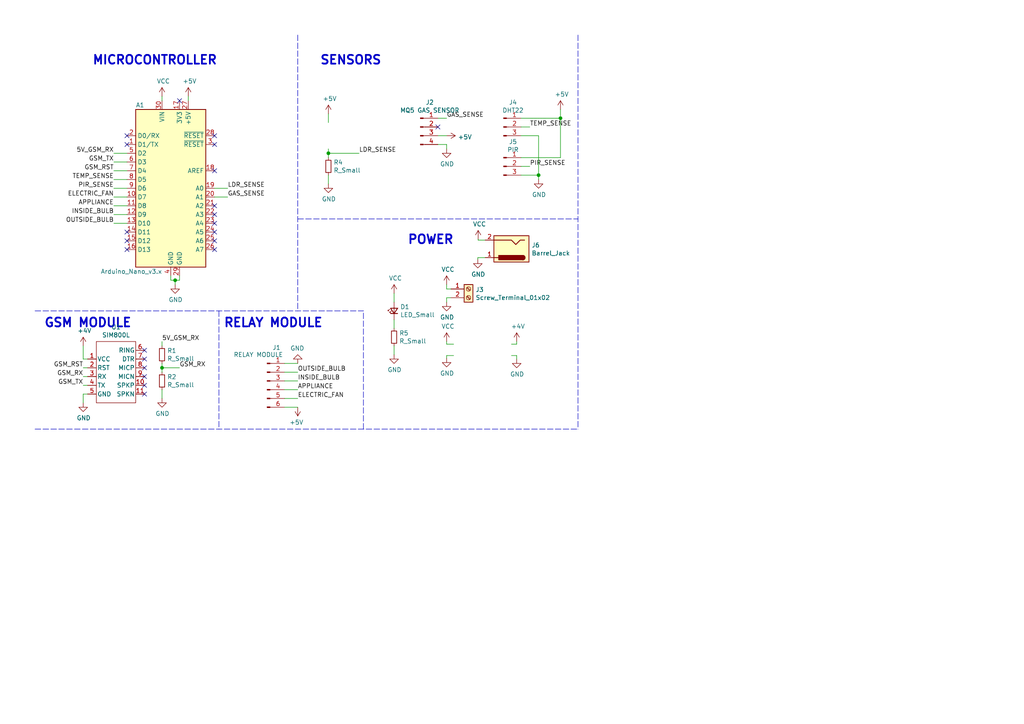
<source format=kicad_sch>
(kicad_sch (version 20211123) (generator eeschema)
  (paper "A4")
  (lib_symbols
    (symbol "Connector:Barrel_Jack" (pin_names (offset 1.016))
      (property "Reference" "J" (at 0 5.334 0))
      (property "Value" "Barrel_Jack" (at 0 -5.08 0))
      (symbol "Barrel_Jack_0_1"
        (rectangle (start -5.08 3.81) (end 5.08 -3.81) (stroke (width 0.254)) (fill (type background)))
        (arc (start -3.302 3.175) (mid -3.937 2.54) (end -3.302 1.905) (stroke (width 0.254)))
        (arc (start -3.302 3.175) (mid -3.937 2.54) (end -3.302 1.905) (stroke (width 0.254)) (fill (type outline)))
        (polyline (pts (xy 5.08 2.54) (xy 3.81 2.54)) (stroke (width 0.254)))
        (polyline (pts (xy -3.81 -2.54) (xy -2.54 -2.54) (xy -1.27 -1.27) (xy 0 -2.54) (xy 2.54 -2.54) (xy 5.08 -2.54)) (stroke (width 0.254)))
        (rectangle (start 3.683 3.175) (end -3.302 1.905) (stroke (width 0.254)) (fill (type outline)))
      )
      (symbol "Barrel_Jack_1_1"
        (pin passive line (at 7.62 2.54 180) (length 2.54) (name "~") (number "1"))
        (pin passive line (at 7.62 -2.54 180) (length 2.54) (name "~") (number "2"))
      )
    )
    (symbol "Connector:Conn_01x03_Male" (pin_names (offset 1.016) hide)
      (property "Reference" "J" (at 0 5.08 0))
      (property "Value" "Conn_01x03_Male" (at 0 -5.08 0))
      (symbol "Conn_01x03_Male_1_1"
        (polyline (pts (xy 1.27 -2.54) (xy 0.8636 -2.54)) (stroke (width 0.1524)))
        (polyline (pts (xy 1.27 0) (xy 0.8636 0)) (stroke (width 0.1524)))
        (polyline (pts (xy 1.27 2.54) (xy 0.8636 2.54)) (stroke (width 0.1524)))
        (rectangle (start 0.8636 -2.413) (end 0 -2.667) (stroke (width 0.1524)) (fill (type outline)))
        (rectangle (start 0.8636 0.127) (end 0 -0.127) (stroke (width 0.1524)) (fill (type outline)))
        (rectangle (start 0.8636 2.667) (end 0 2.413) (stroke (width 0.1524)) (fill (type outline)))
        (pin passive line (at 5.08 2.54 180) (length 3.81) (name "Pin_1") (number "1"))
        (pin passive line (at 5.08 0 180) (length 3.81) (name "Pin_2") (number "2"))
        (pin passive line (at 5.08 -2.54 180) (length 3.81) (name "Pin_3") (number "3"))
      )
    )
    (symbol "Connector:Conn_01x04_Male" (pin_names (offset 1.016) hide)
      (property "Reference" "J" (at 0 5.08 0))
      (property "Value" "Conn_01x04_Male" (at 0 -7.62 0))
      (symbol "Conn_01x04_Male_1_1"
        (polyline (pts (xy 1.27 -5.08) (xy 0.8636 -5.08)) (stroke (width 0.1524)))
        (polyline (pts (xy 1.27 -2.54) (xy 0.8636 -2.54)) (stroke (width 0.1524)))
        (polyline (pts (xy 1.27 0) (xy 0.8636 0)) (stroke (width 0.1524)))
        (polyline (pts (xy 1.27 2.54) (xy 0.8636 2.54)) (stroke (width 0.1524)))
        (rectangle (start 0.8636 -4.953) (end 0 -5.207) (stroke (width 0.1524)) (fill (type outline)))
        (rectangle (start 0.8636 -2.413) (end 0 -2.667) (stroke (width 0.1524)) (fill (type outline)))
        (rectangle (start 0.8636 0.127) (end 0 -0.127) (stroke (width 0.1524)) (fill (type outline)))
        (rectangle (start 0.8636 2.667) (end 0 2.413) (stroke (width 0.1524)) (fill (type outline)))
        (pin passive line (at 5.08 2.54 180) (length 3.81) (name "Pin_1") (number "1"))
        (pin passive line (at 5.08 0 180) (length 3.81) (name "Pin_2") (number "2"))
        (pin passive line (at 5.08 -2.54 180) (length 3.81) (name "Pin_3") (number "3"))
        (pin passive line (at 5.08 -5.08 180) (length 3.81) (name "Pin_4") (number "4"))
      )
    )
    (symbol "Connector:Conn_01x06_Male" (pin_names (offset 1.016) hide)
      (property "Reference" "J" (at 0 7.62 0))
      (property "Value" "Conn_01x06_Male" (at 0 -10.16 0))
      (symbol "Conn_01x06_Male_1_1"
        (polyline (pts (xy 1.27 -7.62) (xy 0.8636 -7.62)) (stroke (width 0.1524)))
        (polyline (pts (xy 1.27 -5.08) (xy 0.8636 -5.08)) (stroke (width 0.1524)))
        (polyline (pts (xy 1.27 -2.54) (xy 0.8636 -2.54)) (stroke (width 0.1524)))
        (polyline (pts (xy 1.27 0) (xy 0.8636 0)) (stroke (width 0.1524)))
        (polyline (pts (xy 1.27 2.54) (xy 0.8636 2.54)) (stroke (width 0.1524)))
        (polyline (pts (xy 1.27 5.08) (xy 0.8636 5.08)) (stroke (width 0.1524)))
        (rectangle (start 0.8636 -7.493) (end 0 -7.747) (stroke (width 0.1524)) (fill (type outline)))
        (rectangle (start 0.8636 -4.953) (end 0 -5.207) (stroke (width 0.1524)) (fill (type outline)))
        (rectangle (start 0.8636 -2.413) (end 0 -2.667) (stroke (width 0.1524)) (fill (type outline)))
        (rectangle (start 0.8636 0.127) (end 0 -0.127) (stroke (width 0.1524)) (fill (type outline)))
        (rectangle (start 0.8636 2.667) (end 0 2.413) (stroke (width 0.1524)) (fill (type outline)))
        (rectangle (start 0.8636 5.207) (end 0 4.953) (stroke (width 0.1524)) (fill (type outline)))
        (pin passive line (at 5.08 5.08 180) (length 3.81) (name "Pin_1") (number "1"))
        (pin passive line (at 5.08 2.54 180) (length 3.81) (name "Pin_2") (number "2"))
        (pin passive line (at 5.08 0 180) (length 3.81) (name "Pin_3") (number "3"))
        (pin passive line (at 5.08 -2.54 180) (length 3.81) (name "Pin_4") (number "4"))
        (pin passive line (at 5.08 -5.08 180) (length 3.81) (name "Pin_5") (number "5"))
        (pin passive line (at 5.08 -7.62 180) (length 3.81) (name "Pin_6") (number "6"))
      )
    )
    (symbol "Connector:Screw_Terminal_01x02" (pin_names (offset 1.016) hide)
      (property "Reference" "J" (at 0 2.54 0))
      (property "Value" "Screw_Terminal_01x02" (at 0 -5.08 0))
      (symbol "Screw_Terminal_01x02_1_1"
        (rectangle (start -1.27 1.27) (end 1.27 -3.81) (stroke (width 0.254)) (fill (type background)))
        (circle (center 0 -2.54) (radius 0.635) (stroke (width 0.1524)))
        (polyline (pts (xy -0.5334 -2.2098) (xy 0.3302 -3.048)) (stroke (width 0.1524)))
        (polyline (pts (xy -0.5334 0.3302) (xy 0.3302 -0.508)) (stroke (width 0.1524)))
        (polyline (pts (xy -0.3556 -2.032) (xy 0.508 -2.8702)) (stroke (width 0.1524)))
        (polyline (pts (xy -0.3556 0.508) (xy 0.508 -0.3302)) (stroke (width 0.1524)))
        (circle (center 0 0) (radius 0.635) (stroke (width 0.1524)))
        (pin passive line (at -5.08 0 0) (length 3.81) (name "Pin_1") (number "1"))
        (pin passive line (at -5.08 -2.54 0) (length 3.81) (name "Pin_2") (number "2"))
      )
    )
    (symbol "Device:LED_Small" (pin_numbers hide) (pin_names (offset 0.254) hide)
      (property "Reference" "D" (at -1.27 3.175 0))
      (property "Value" "LED_Small" (at -4.445 -2.54 0))
      (symbol "LED_Small_0_1"
        (polyline (pts (xy -0.762 -1.016) (xy -0.762 1.016)) (stroke (width 0.254)))
        (polyline (pts (xy 1.016 0) (xy -0.762 0)))
        (polyline (pts (xy 0.762 -1.016) (xy -0.762 0) (xy 0.762 1.016) (xy 0.762 -1.016)) (stroke (width 0.254)))
        (polyline (pts (xy 0 0.762) (xy -0.508 1.27) (xy -0.254 1.27) (xy -0.508 1.27) (xy -0.508 1.016)))
        (polyline (pts (xy 0.508 1.27) (xy 0 1.778) (xy 0.254 1.778) (xy 0 1.778) (xy 0 1.524)))
      )
      (symbol "LED_Small_1_1"
        (pin passive line (at -2.54 0 0) (length 1.778) (name "K") (number "1"))
        (pin passive line (at 2.54 0 180) (length 1.778) (name "A") (number "2"))
      )
    )
    (symbol "Device:R_Small" (pin_numbers hide) (pin_names (offset 0.254) hide)
      (property "Reference" "R" (at 0.762 0.508 0))
      (property "Value" "R_Small" (at 0.762 -1.016 0))
      (symbol "R_Small_0_1"
        (rectangle (start -0.762 1.778) (end 0.762 -1.778) (stroke (width 0.2032)))
      )
      (symbol "R_Small_1_1"
        (pin passive line (at 0 2.54 270) (length 0.762) (name "~") (number "1"))
        (pin passive line (at 0 -2.54 90) (length 0.762) (name "~") (number "2"))
      )
    )
    (symbol "MCU_Module:Arduino_Nano_v3.x"
      (property "Reference" "A" (at -10.16 23.495 0))
      (property "Value" "Arduino_Nano_v3.x" (at 5.08 -24.13 0))
      (symbol "Arduino_Nano_v3.x_0_1"
        (rectangle (start -10.16 22.86) (end 10.16 -22.86) (stroke (width 0.254)) (fill (type background)))
      )
      (symbol "Arduino_Nano_v3.x_1_1"
        (pin bidirectional line (at -12.7 12.7 0) (length 2.54) (name "D1/TX") (number "1"))
        (pin bidirectional line (at -12.7 -2.54 0) (length 2.54) (name "D7") (number "10"))
        (pin bidirectional line (at -12.7 -5.08 0) (length 2.54) (name "D8") (number "11"))
        (pin bidirectional line (at -12.7 -7.62 0) (length 2.54) (name "D9") (number "12"))
        (pin bidirectional line (at -12.7 -10.16 0) (length 2.54) (name "D10") (number "13"))
        (pin bidirectional line (at -12.7 -12.7 0) (length 2.54) (name "D11") (number "14"))
        (pin bidirectional line (at -12.7 -15.24 0) (length 2.54) (name "D12") (number "15"))
        (pin bidirectional line (at -12.7 -17.78 0) (length 2.54) (name "D13") (number "16"))
        (pin power_out line (at 2.54 25.4 270) (length 2.54) (name "3V3") (number "17"))
        (pin input line (at 12.7 5.08 180) (length 2.54) (name "AREF") (number "18"))
        (pin bidirectional line (at 12.7 0 180) (length 2.54) (name "A0") (number "19"))
        (pin bidirectional line (at -12.7 15.24 0) (length 2.54) (name "D0/RX") (number "2"))
        (pin bidirectional line (at 12.7 -2.54 180) (length 2.54) (name "A1") (number "20"))
        (pin bidirectional line (at 12.7 -5.08 180) (length 2.54) (name "A2") (number "21"))
        (pin bidirectional line (at 12.7 -7.62 180) (length 2.54) (name "A3") (number "22"))
        (pin bidirectional line (at 12.7 -10.16 180) (length 2.54) (name "A4") (number "23"))
        (pin bidirectional line (at 12.7 -12.7 180) (length 2.54) (name "A5") (number "24"))
        (pin bidirectional line (at 12.7 -15.24 180) (length 2.54) (name "A6") (number "25"))
        (pin bidirectional line (at 12.7 -17.78 180) (length 2.54) (name "A7") (number "26"))
        (pin power_out line (at 5.08 25.4 270) (length 2.54) (name "+5V") (number "27"))
        (pin input line (at 12.7 15.24 180) (length 2.54) (name "~{RESET}") (number "28"))
        (pin power_in line (at 2.54 -25.4 90) (length 2.54) (name "GND") (number "29"))
        (pin input line (at 12.7 12.7 180) (length 2.54) (name "~{RESET}") (number "3"))
        (pin power_in line (at -2.54 25.4 270) (length 2.54) (name "VIN") (number "30"))
        (pin power_in line (at 0 -25.4 90) (length 2.54) (name "GND") (number "4"))
        (pin bidirectional line (at -12.7 10.16 0) (length 2.54) (name "D2") (number "5"))
        (pin bidirectional line (at -12.7 7.62 0) (length 2.54) (name "D3") (number "6"))
        (pin bidirectional line (at -12.7 5.08 0) (length 2.54) (name "D4") (number "7"))
        (pin bidirectional line (at -12.7 2.54 0) (length 2.54) (name "D5") (number "8"))
        (pin bidirectional line (at -12.7 0 0) (length 2.54) (name "D6") (number "9"))
      )
    )
    (symbol "board1-rescue:SIM800L-GSM800L" (pin_names (offset 0.2794))
      (property "Reference" "U" (at 1.27 -11.43 0))
      (property "Value" "SIM800L-GSM800L" (at 1.27 -11.43 0))
      (symbol "SIM800L-GSM800L_0_1"
        (rectangle (start -6.35 8.89) (end 5.08 -8.89))
      )
      (symbol "SIM800L-GSM800L_1_1"
        (pin input line (at -8.89 3.81 0) (length 2.54) (name "VCC") (number "1"))
        (pin input line (at 7.62 -3.81 180) (length 2.54) (name "SPKP") (number "10"))
        (pin input line (at 7.62 -6.35 180) (length 2.54) (name "SPKN") (number "11"))
        (pin input line (at -8.89 1.27 0) (length 2.54) (name "RST") (number "2"))
        (pin output line (at -8.89 -1.27 0) (length 2.54) (name "RX") (number "3"))
        (pin input line (at -8.89 -3.81 0) (length 2.54) (name "TX") (number "4"))
        (pin input line (at -8.89 -6.35 0) (length 2.54) (name "GND") (number "5"))
        (pin input line (at 7.62 6.35 180) (length 2.54) (name "RING") (number "6"))
        (pin input line (at 7.62 3.81 180) (length 2.54) (name "DTR") (number "7"))
        (pin input line (at 7.62 1.27 180) (length 2.54) (name "MICP") (number "8"))
        (pin input line (at 7.62 -1.27 180) (length 2.54) (name "MICN") (number "9"))
      )
    )
    (symbol "power:+4V" (power) (pin_names (offset 0))
      (property "Value" "+4V" (at 0 3.556 0))
      (symbol "+4V_0_1"
        (polyline (pts (xy -0.762 1.27) (xy 0 2.54)))
        (polyline (pts (xy 0 0) (xy 0 2.54)))
        (polyline (pts (xy 0 2.54) (xy 0.762 1.27)))
      )
      (symbol "+4V_1_1"
        (pin power_in line (at 0 0 90) (length 0) hide (name "+4V") (number "1"))
      )
    )
    (symbol "power:+5V" (power) (pin_names (offset 0))
      (property "Value" "+5V" (at 0 3.556 0))
      (symbol "+5V_0_1"
        (polyline (pts (xy -0.762 1.27) (xy 0 2.54)))
        (polyline (pts (xy 0 0) (xy 0 2.54)))
        (polyline (pts (xy 0 2.54) (xy 0.762 1.27)))
      )
      (symbol "+5V_1_1"
        (pin power_in line (at 0 0 90) (length 0) hide (name "+5V") (number "1"))
      )
    )
    (symbol "power:GND" (power) (pin_names (offset 0))
      (property "Value" "GND" (at 0 -3.81 0))
      (symbol "GND_0_1"
        (polyline (pts (xy 0 0) (xy 0 -1.27) (xy 1.27 -1.27) (xy 0 -2.54) (xy -1.27 -1.27) (xy 0 -1.27)))
      )
      (symbol "GND_1_1"
        (pin power_in line (at 0 0 270) (length 0) hide (name "GND") (number "1"))
      )
    )
    (symbol "power:VCC" (power) (pin_names (offset 0))
      (property "Value" "VCC" (at 0 3.81 0))
      (symbol "VCC_0_1"
        (polyline (pts (xy -0.762 1.27) (xy 0 2.54)))
        (polyline (pts (xy 0 0) (xy 0 2.54)))
        (polyline (pts (xy 0 2.54) (xy 0.762 1.27)))
      )
      (symbol "VCC_1_1"
        (pin power_in line (at 0 0 90) (length 0) hide (name "VCC") (number "1"))
      )
    )
  )
  (junction (at 156.21 50.8))
  (junction (at 162.56 34.29))
  (junction (at 50.8 81.28))
  (junction (at 95.25 44.45))
  (junction (at 46.99 106.68))
  (no_connect (at 41.91 106.68))
  (no_connect (at 36.83 39.37))
  (no_connect (at 62.23 67.31))
  (no_connect (at 41.91 101.6))
  (no_connect (at 62.23 72.39))
  (no_connect (at 62.23 41.91))
  (no_connect (at 62.23 64.77))
  (no_connect (at 36.83 67.31))
  (no_connect (at 36.83 69.85))
  (no_connect (at 62.23 62.23))
  (no_connect (at 36.83 41.91))
  (no_connect (at 41.91 111.76))
  (no_connect (at 62.23 49.53))
  (no_connect (at 52.07 29.21))
  (no_connect (at 41.91 109.22))
  (no_connect (at 36.83 72.39))
  (no_connect (at 127 36.83))
  (no_connect (at 41.91 114.3))
  (no_connect (at 41.91 104.14))
  (no_connect (at 62.23 69.85))
  (no_connect (at 62.23 59.69))
  (no_connect (at 62.23 39.37))
  (wire (pts (xy 50.8 81.28) (xy 52.07 81.28)))
  (wire (pts (xy 36.83 46.99) (xy 33.02 46.99)))
  (wire (pts (xy 50.8 82.55) (xy 50.8 81.28)))
  (wire (pts (xy 25.4 109.22) (xy 24.13 109.22)))
  (wire (pts (xy 25.4 106.68) (xy 24.13 106.68)))
  (wire (pts (xy 129.54 41.91) (xy 127 41.91)))
  (polyline (pts (xy 10.16 124.46) (xy 167.64 124.46)))
  (wire (pts (xy 140.716 69.6468) (xy 138.684 69.6468)))
  (wire (pts (xy 36.83 52.07) (xy 33.02 52.07)))
  (wire (pts (xy 24.13 114.3) (xy 24.13 116.84)))
  (wire (pts (xy 156.21 50.8) (xy 156.21 52.07)))
  (wire (pts (xy 156.21 39.37) (xy 156.21 50.8)))
  (wire (pts (xy 149.86 99.06) (xy 149.86 99.822)))
  (wire (pts (xy 162.56 34.29) (xy 162.56 31.75)))
  (wire (pts (xy 153.67 48.26) (xy 151.13 48.26)))
  (wire (pts (xy 148.336 103.124) (xy 149.86 103.124)))
  (wire (pts (xy 33.02 49.53) (xy 36.83 49.53)))
  (wire (pts (xy 129.54 103.124) (xy 129.54 103.886)))
  (wire (pts (xy 25.4 111.76) (xy 24.13 111.76)))
  (polyline (pts (xy 167.64 10.16) (xy 167.64 124.46)))
  (wire (pts (xy 129.54 39.37) (xy 127 39.37)))
  (wire (pts (xy 129.54 34.29) (xy 127 34.29)))
  (wire (pts (xy 149.86 99.822) (xy 148.336 99.822)))
  (wire (pts (xy 129.54 99.822) (xy 129.54 99.06)))
  (wire (pts (xy 46.99 106.68) (xy 52.07 106.68)))
  (wire (pts (xy 36.83 62.23) (xy 33.02 62.23)))
  (wire (pts (xy 130.81 86.36) (xy 129.54 86.36)))
  (wire (pts (xy 52.07 81.28) (xy 52.07 80.01)))
  (wire (pts (xy 131.572 99.822) (xy 129.54 99.822)))
  (polyline (pts (xy 86.36 63.5) (xy 167.64 63.5)))
  (wire (pts (xy 129.54 86.36) (xy 129.54 87.63)))
  (wire (pts (xy 86.36 110.49) (xy 82.55 110.49)))
  (wire (pts (xy 95.25 50.8) (xy 95.25 53.34)))
  (polyline (pts (xy 86.36 10.16) (xy 86.36 90.17)))
  (wire (pts (xy 95.25 43.18) (xy 95.25 44.45)))
  (wire (pts (xy 25.4 114.3) (xy 24.13 114.3)))
  (wire (pts (xy 114.3 92.71) (xy 114.3 95.25)))
  (wire (pts (xy 130.81 83.82) (xy 129.54 83.82)))
  (wire (pts (xy 36.83 64.77) (xy 33.02 64.77)))
  (wire (pts (xy 131.572 103.124) (xy 129.54 103.124)))
  (wire (pts (xy 46.99 107.95) (xy 46.99 106.68)))
  (wire (pts (xy 86.36 105.41) (xy 82.55 105.41)))
  (wire (pts (xy 104.14 44.45) (xy 95.25 44.45)))
  (polyline (pts (xy 105.41 124.46) (xy 105.41 90.17)))
  (wire (pts (xy 62.23 54.61) (xy 66.04 54.61)))
  (wire (pts (xy 62.23 57.15) (xy 66.04 57.15)))
  (wire (pts (xy 151.13 45.72) (xy 162.56 45.72)))
  (polyline (pts (xy 63.5 90.17) (xy 63.5 124.46)))
  (wire (pts (xy 46.99 113.03) (xy 46.99 115.57)))
  (wire (pts (xy 86.36 115.57) (xy 82.55 115.57)))
  (wire (pts (xy 36.83 54.61) (xy 33.02 54.61)))
  (wire (pts (xy 49.53 80.01) (xy 49.53 81.28)))
  (wire (pts (xy 46.99 99.06) (xy 46.99 100.33)))
  (wire (pts (xy 138.684 69.6468) (xy 138.684 69.3928)))
  (wire (pts (xy 95.25 44.45) (xy 95.25 45.72)))
  (wire (pts (xy 86.36 118.11) (xy 82.55 118.11)))
  (wire (pts (xy 36.83 57.15) (xy 33.02 57.15)))
  (wire (pts (xy 162.56 45.72) (xy 162.56 34.29)))
  (wire (pts (xy 151.13 39.37) (xy 156.21 39.37)))
  (polyline (pts (xy 10.16 90.17) (xy 105.41 90.17)))
  (wire (pts (xy 140.716 74.7268) (xy 138.5824 74.7268)))
  (wire (pts (xy 129.54 83.82) (xy 129.54 82.55)))
  (wire (pts (xy 36.83 59.69) (xy 33.02 59.69)))
  (wire (pts (xy 114.3 100.33) (xy 114.3 102.87)))
  (wire (pts (xy 129.54 43.18) (xy 129.54 41.91)))
  (wire (pts (xy 33.02 44.45) (xy 36.83 44.45)))
  (wire (pts (xy 54.61 27.94) (xy 54.61 29.21)))
  (wire (pts (xy 24.13 104.14) (xy 25.4 104.14)))
  (wire (pts (xy 86.36 113.03) (xy 82.55 113.03)))
  (wire (pts (xy 151.13 34.29) (xy 162.56 34.29)))
  (wire (pts (xy 149.86 103.124) (xy 149.86 104.14)))
  (wire (pts (xy 95.25 33.02) (xy 95.25 35.56)))
  (wire (pts (xy 114.3 85.09) (xy 114.3 87.63)))
  (wire (pts (xy 138.5824 74.7268) (xy 138.5824 75.184)))
  (wire (pts (xy 153.67 36.83) (xy 151.13 36.83)))
  (wire (pts (xy 82.55 107.95) (xy 86.36 107.95)))
  (wire (pts (xy 49.53 81.28) (xy 50.8 81.28)))
  (wire (pts (xy 46.99 27.94) (xy 46.99 29.21)))
  (wire (pts (xy 151.13 50.8) (xy 156.21 50.8)))
  (wire (pts (xy 46.99 106.68) (xy 46.99 105.41)))
  (wire (pts (xy 24.13 100.33) (xy 24.13 104.14)))
  (text "POWER" (at 118.11 71.12 0) (effects (font (size 2.54 2.54) (thickness 0.508) bold) (justify left bottom)))
  (text "SENSORS" (at 92.71 19.05 0) (effects (font (size 2.54 2.54) (thickness 0.508) bold) (justify left bottom)))
  (text "GSM MODULE" (at 12.7 95.25 0) (effects (font (size 2.54 2.54) (thickness 0.508) bold) (justify left bottom)))
  (text "RELAY MODULE" (at 64.77 95.25 0) (effects (font (size 2.54 2.54) (thickness 0.508) bold) (justify left bottom)))
  (text "MICROCONTROLLER" (at 26.67 19.05 0) (effects (font (size 2.54 2.54) (thickness 0.508) bold) (justify left bottom)))
  (label "TEMP_SENSE" (at 33.02 52.07 180))
  (label "GSM_TX" (at 24.13 111.76 180))
  (label "APPLIANCE" (at 33.02 59.69 180))
  (label "GAS_SENSE" (at 129.54 34.29 0))
  (label "OUTSIDE_BULB" (at 33.02 64.77 180))
  (label "GSM_RST" (at 24.13 106.68 180))
  (label "INSIDE_BULB" (at 86.36 110.49 0))
  (label "ELECTRIC_FAN" (at 86.36 115.57 0))
  (label "PIR_SENSE" (at 33.02 54.61 180))
  (label "GSM_RX" (at 52.07 106.68 0))
  (label "OUTSIDE_BULB" (at 86.36 107.95 0))
  (label "5V_GSM_RX" (at 33.02 44.45 180))
  (label "GSM_RX" (at 24.13 109.22 180))
  (label "GSM_RST" (at 33.02 49.53 180))
  (label "GSM_TX" (at 33.02 46.99 180))
  (label "LDR_SENSE" (at 104.14 44.45 0))
  (label "APPLIANCE" (at 86.36 113.03 0))
  (label "LDR_SENSE" (at 66.04 54.61 0))
  (label "TEMP_SENSE" (at 153.67 36.83 0))
  (label "PIR_SENSE" (at 153.67 48.26 0))
  (label "5V_GSM_RX" (at 46.99 99.06 0))
  (label "ELECTRIC_FAN" (at 33.02 57.15 180))
  (label "INSIDE_BULB" (at 33.02 62.23 180))
  (label "GAS_SENSE" (at 66.04 57.15 0))
  (symbol (lib_id "MCU_Module:Arduino_Nano_v3.x") (at 49.53 54.61 0) (unit 1)
    (property "Reference" "A1" (at 40.64 30.48 0))
    (property "Value" "Arduino_Nano_v3.x" (at 38.1 78.74 0))
    (property "Footprint" "Module:Arduino_Nano" (effects hide))
    (property "Datasheet" "http://www.mouser.com/pdfdocs/Gravitech_Arduino_Nano3_0.pdf" (effects hide))
  )
  (symbol (lib_id "Connector:Conn_01x03_Male") (at 146.05 36.83 0) (unit 1)
    (property "Reference" "J4" (at 148.7932 29.6926 0))
    (property "Value" "DHT22" (at 148.7932 32.004 0))
    (property "Footprint" "Connector_PinSocket_2.54mm:PinSocket_1x03_P2.54mm_Vertical" (effects hide))
  )
  (symbol (lib_id "Connector:Conn_01x03_Male") (at 146.05 48.26 0) (unit 1)
    (property "Reference" "J5" (at 148.7932 41.1226 0))
    (property "Value" "PIR" (at 148.7932 43.434 0))
    (property "Footprint" "Connector_PinSocket_2.54mm:PinSocket_1x03_P2.54mm_Vertical" (effects hide))
  )
  (symbol (lib_id "board1-rescue:SIM800L-GSM800L") (at 34.29 107.95 0) (unit 1)
    (property "Reference" "U1" (at 33.655 94.869 0))
    (property "Value" "SIM800L" (at 33.655 97.1804 0))
    (property "Footprint" "A_personal:SIM800L" (effects hide))
  )
  (symbol (lib_id "board1-rescue:buckconverter-buckConverter") (at 139.7 96.52 0) (unit 1)
    (property "Reference" "U2" (at 139.954 94.107 0))
    (property "Value" "buckconverter" (at 139.954 96.4184 0))
    (property "Footprint" "A_personal:backconverter" (effects hide))
  )
  (symbol (lib_id "Connector:Screw_Terminal_01x02") (at 135.89 83.82 0) (unit 1)
    (property "Reference" "J3" (at 137.922 84.0232 0) (effects (justify left)))
    (property "Value" "Screw_Terminal_01x02" (at 137.922 86.3346 0) (effects (justify left)))
    (property "Footprint" "TerminalBlock:TerminalBlock_bornier-2_P5.08mm" (effects hide))
  )
  (symbol (lib_id "power:VCC") (at 129.54 82.55 0) (unit 1)
    (property "Reference" "#PWR015" (effects hide))
    (property "Value" "VCC" (at 129.921 78.1558 0))
  )
  (symbol (lib_id "power:GND") (at 129.54 87.63 0) (unit 1)
    (property "Reference" "#PWR016" (effects hide))
    (property "Value" "GND" (at 129.667 92.0242 0))
  )
  (symbol (lib_id "power:VCC") (at 129.54 99.06 0) (unit 1)
    (property "Reference" "#PWR017" (effects hide))
    (property "Value" "VCC" (at 129.921 94.6658 0))
  )
  (symbol (lib_id "power:GND") (at 129.54 103.886 0) (unit 1)
    (property "Reference" "#PWR018" (effects hide))
    (property "Value" "GND" (at 129.667 108.2802 0))
  )
  (symbol (lib_id "power:+4V") (at 149.86 99.06 0) (unit 1)
    (property "Reference" "#PWR019" (effects hide))
    (property "Value" "+4V" (at 150.241 94.6658 0))
  )
  (symbol (lib_id "power:GND") (at 149.86 104.14 0) (unit 1)
    (property "Reference" "#PWR020" (effects hide))
    (property "Value" "GND" (at 149.987 108.5342 0))
  )
  (symbol (lib_id "power:+4V") (at 24.13 100.33 0) (unit 1)
    (property "Reference" "#PWR01" (effects hide))
    (property "Value" "+4V" (at 24.511 95.9358 0))
  )
  (symbol (lib_id "power:GND") (at 24.13 116.84 0) (unit 1)
    (property "Reference" "#PWR02" (effects hide))
    (property "Value" "GND" (at 24.257 121.2342 0))
  )
  (symbol (lib_id "power:GND") (at 50.8 82.55 0) (unit 1)
    (property "Reference" "#PWR05" (effects hide))
    (property "Value" "GND" (at 50.927 86.9442 0))
  )
  (symbol (lib_id "power:VCC") (at 46.99 27.94 0) (unit 1)
    (property "Reference" "#PWR03" (effects hide))
    (property "Value" "VCC" (at 47.371 23.5458 0))
  )
  (symbol (lib_id "Device:LED_Small") (at 114.3 90.17 90) (unit 1)
    (property "Reference" "D1" (at 116.078 89.0016 90) (effects (justify right)))
    (property "Value" "LED_Small" (at 116.078 91.313 90) (effects (justify right)))
    (property "Footprint" "LED_THT:LED_D5.0mm" (effects hide))
  )
  (symbol (lib_id "Device:R_Small") (at 114.3 97.79 0) (unit 1)
    (property "Reference" "R5" (at 115.7986 96.6216 0) (effects (justify left)))
    (property "Value" "R_Small" (at 115.7986 98.933 0) (effects (justify left)))
    (property "Footprint" "Resistor_THT:R_Axial_DIN0411_L9.9mm_D3.6mm_P12.70mm_Horizontal" (effects hide))
  )
  (symbol (lib_id "power:GND") (at 114.3 102.87 0) (unit 1)
    (property "Reference" "#PWR012" (effects hide))
    (property "Value" "GND" (at 114.427 107.2642 0))
  )
  (symbol (lib_id "power:VCC") (at 114.3 85.09 0) (unit 1)
    (property "Reference" "#PWR011" (effects hide))
    (property "Value" "VCC" (at 114.681 80.6958 0))
  )
  (symbol (lib_id "power:+5V") (at 54.61 27.94 0) (unit 1)
    (property "Reference" "#PWR06" (effects hide))
    (property "Value" "+5V" (at 54.991 23.5458 0))
  )
  (symbol (lib_id "Connector:Conn_01x06_Male") (at 77.47 110.49 0) (unit 1)
    (property "Reference" "J1" (at 80.2132 100.8126 0))
    (property "Value" "RELAY MODULE" (at 74.93 102.87 0))
    (property "Footprint" "Connector_PinSocket_2.54mm:PinSocket_1x06_P2.54mm_Vertical" (effects hide))
  )
  (symbol (lib_id "power:GND") (at 86.36 105.41 180) (unit 1)
    (property "Reference" "#PWR07" (effects hide))
    (property "Value" "GND" (at 86.233 101.0158 0))
  )
  (symbol (lib_id "power:+5V") (at 86.36 118.11 180) (unit 1)
    (property "Reference" "#PWR08" (effects hide))
    (property "Value" "+5V" (at 85.979 122.5042 0))
  )
  (symbol (lib_id "power:+5V") (at 162.56 31.75 0) (unit 1)
    (property "Reference" "#PWR022" (effects hide))
    (property "Value" "+5V" (at 162.941 27.3558 0))
  )
  (symbol (lib_id "board1-rescue:R_PHOTO-Device") (at 95.25 39.37 0) (unit 1)
    (property "Reference" "R3" (at 97.028 38.2016 0) (effects (justify left)))
    (property "Value" "R_PHOTO" (at 97.028 40.513 0) (effects (justify left)))
    (property "Footprint" "OptoDevice:R_LDR_7x6mm_P5.1mm_Vertical" (effects hide))
  )
  (symbol (lib_id "Device:R_Small") (at 95.25 48.26 0) (unit 1)
    (property "Reference" "R4" (at 96.7486 47.0916 0) (effects (justify left)))
    (property "Value" "R_Small" (at 96.7486 49.403 0) (effects (justify left)))
    (property "Footprint" "Resistor_THT:R_Axial_DIN0411_L9.9mm_D3.6mm_P12.70mm_Horizontal" (effects hide))
  )
  (symbol (lib_id "power:+5V") (at 95.25 33.02 0) (unit 1)
    (property "Reference" "#PWR09" (effects hide))
    (property "Value" "+5V" (at 95.631 28.6258 0))
  )
  (symbol (lib_id "power:GND") (at 95.25 53.34 0) (unit 1)
    (property "Reference" "#PWR010" (effects hide))
    (property "Value" "GND" (at 95.377 57.7342 0))
  )
  (symbol (lib_id "Connector:Barrel_Jack") (at 148.336 72.1868 180) (unit 1)
    (property "Reference" "J6" (at 154.178 71.12 0) (effects (justify right)))
    (property "Value" "Barrel_Jack" (at 154.178 73.4314 0) (effects (justify right)))
    (property "Footprint" "Connector_BarrelJack:BarrelJack_Horizontal" (effects hide))
  )
  (symbol (lib_id "power:VCC") (at 138.684 69.3928 0) (unit 1)
    (property "Reference" "#PWR024" (effects hide))
    (property "Value" "VCC" (at 139.065 64.9986 0))
  )
  (symbol (lib_id "power:GND") (at 138.5824 75.184 0) (unit 1)
    (property "Reference" "#PWR023" (effects hide))
    (property "Value" "GND" (at 138.7094 79.5782 0))
  )
  (symbol (lib_id "power:GND") (at 156.21 52.07 0) (unit 1)
    (property "Reference" "#PWR021" (effects hide))
    (property "Value" "GND" (at 156.337 56.4642 0))
  )
  (symbol (lib_id "Connector:Conn_01x04_Male") (at 121.92 36.83 0) (unit 1)
    (property "Reference" "J2" (at 124.6632 29.6926 0))
    (property "Value" "MQ5 GAS SENSOR" (at 124.6632 32.004 0))
    (property "Footprint" "Connector_PinSocket_2.54mm:PinSocket_1x04_P2.54mm_Vertical" (effects hide))
  )
  (symbol (lib_id "power:GND") (at 129.54 43.18 0) (unit 1)
    (property "Reference" "#PWR014" (effects hide))
    (property "Value" "GND" (at 129.667 47.5742 0))
  )
  (symbol (lib_id "power:+5V") (at 129.54 39.37 270) (unit 1)
    (property "Reference" "#PWR013" (effects hide))
    (property "Value" "+5V" (at 132.7912 39.751 90) (effects (justify left)))
  )
  (symbol (lib_id "Device:R_Small") (at 46.99 102.87 0) (unit 1)
    (property "Reference" "R1" (at 48.4886 101.7016 0) (effects (justify left)))
    (property "Value" "R_Small" (at 48.4886 104.013 0) (effects (justify left)))
    (property "Footprint" "Resistor_THT:R_Axial_DIN0411_L9.9mm_D3.6mm_P12.70mm_Horizontal" (effects hide))
  )
  (symbol (lib_id "Device:R_Small") (at 46.99 110.49 0) (unit 1)
    (property "Reference" "R2" (at 48.4886 109.3216 0) (effects (justify left)))
    (property "Value" "R_Small" (at 48.4886 111.633 0) (effects (justify left)))
    (property "Footprint" "Resistor_THT:R_Axial_DIN0411_L9.9mm_D3.6mm_P12.70mm_Horizontal" (effects hide))
  )
  (symbol (lib_id "power:GND") (at 46.99 115.57 0) (unit 1)
    (property "Reference" "#PWR04" (effects hide))
    (property "Value" "GND" (at 47.117 119.9642 0))
  )
)
</source>
